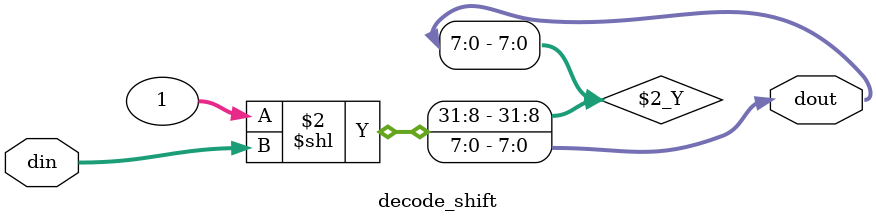
<source format=sv>
module decode_shift 
#(parameter WIDTH = 3) 
(input logic [WIDTH-1:0] din, output logic [2**WIDTH-1:0] dout); 
 
 always_comb dout=1<<din; 
 
endmodule 
</source>
